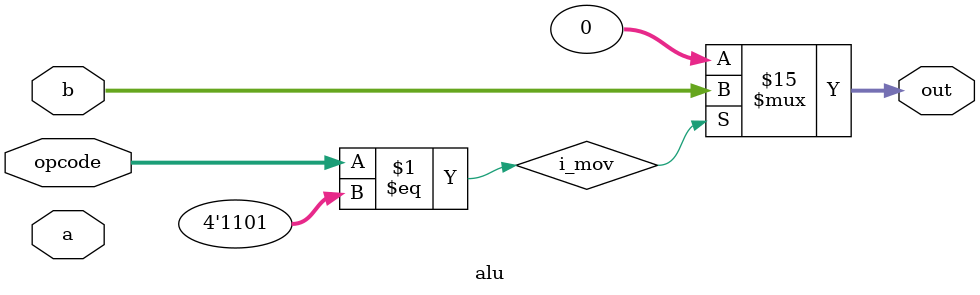
<source format=v>
module alu(
	input [3:0]opcode,
	input [31:0]a,
	input [31:0]b,
	output reg [31:0]out
);

wire i_mov = opcode == 4'b1101;
wire i_mvn = opcode == 4'b1111; // move not

wire i_and = opcode == 4'b0000;
wire i_eor = opcode == 4'b0101; // xor
wire i_orr = opcode == 4'b1100; // or
wire i_bic = opcode == 4'b1110; // bit clear / and not

wire i_adc = opcode == 4'b0101;
wire i_add = opcode == 4'b0100;
wire i_sbc = opcode == 4'b0110;
wire i_sub = opcode == 4'b0010;
wire i_rsb = opcode == 4'b0011; // reverse subtract
wire i_rsc = opcode == 4'b0111; // reverse subtract with carry

// cmn cmp teq tst

always @(*) begin
	case(1'b1)
		i_mov: out = b;
		default: begin
			out = 32'h0;
			//TODO: undefined instruction
			//should reaise interrupt
		end
	endcase
end

endmodule
</source>
